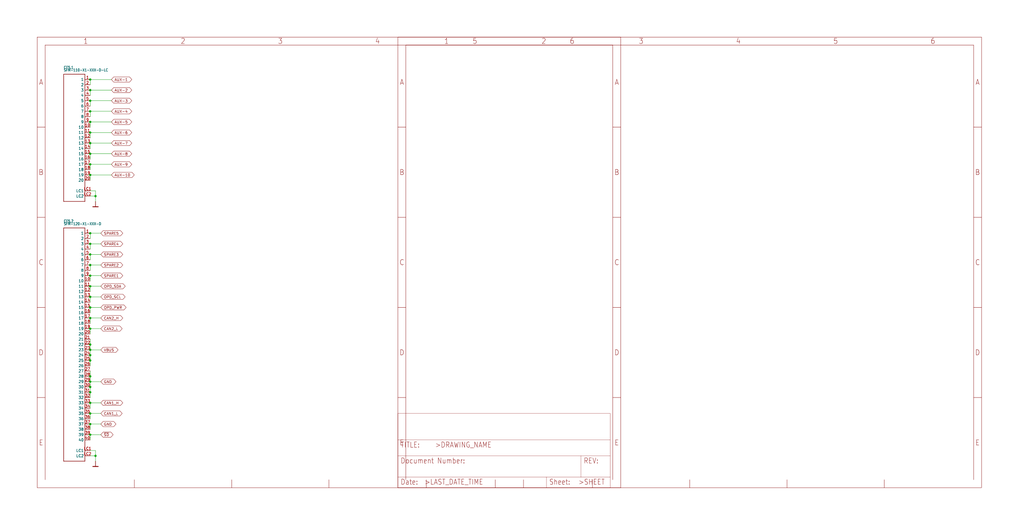
<source format=kicad_sch>
(kicad_sch (version 20211123) (generator eeschema)
  (paper "User" 490.22 254.406)
  (lib_symbols
    (symbol "oresat-backplane-2u-eagle-import:FRAME_A_L"
      (symbol "FRAME_A_L_0_0"
        (polyline (pts (xy 0 43.18) (xy 3.81 43.18)))
        (polyline (pts (xy 0 86.36) (xy 3.81 86.36)))
        (polyline (pts (xy 0 129.54) (xy 3.81 129.54)))
        (polyline (pts (xy 0 172.72) (xy 3.81 172.72)))
        (polyline (pts (xy 3.81 3.81) (xy 3.81 212.09)))
        (polyline (pts (xy 46.5667 0) (xy 46.5667 3.81)))
        (polyline (pts (xy 93.1333 0) (xy 93.1333 3.81)))
        (polyline (pts (xy 139.7 0) (xy 139.7 3.81)))
        (polyline (pts (xy 186.2667 0) (xy 186.2667 3.81)))
        (polyline (pts (xy 232.8333 0) (xy 232.8333 3.81)))
        (polyline (pts (xy 275.59 3.81) (xy 275.59 212.09)))
        (polyline (pts (xy 275.59 43.18) (xy 279.4 43.18)))
        (polyline (pts (xy 275.59 86.36) (xy 279.4 86.36)))
        (polyline (pts (xy 275.59 129.54) (xy 279.4 129.54)))
        (polyline (pts (xy 275.59 172.72) (xy 279.4 172.72)))
        (polyline (pts (xy 275.59 212.09) (xy 3.81 212.09)))
        (polyline (pts (xy 0 0) (xy 279.4 0) (xy 279.4 215.9) (xy 0 215.9) (xy 0 0)))
        (text "1" (at 23.2833 213.995 0) (effects (font (size 2.54 2.286))))
        (text "2" (at 69.85 213.995 0) (effects (font (size 2.54 2.286))))
        (text "3" (at 116.4167 213.995 0) (effects (font (size 2.54 2.286))))
        (text "4" (at 162.9833 213.995 0) (effects (font (size 2.54 2.286))))
        (text "5" (at 209.55 213.995 0) (effects (font (size 2.54 2.286))))
        (text "6" (at 256.1167 213.995 0) (effects (font (size 2.54 2.286))))
        (text "A" (at 1.905 194.31 0) (effects (font (size 2.54 2.286))))
        (text "A" (at 277.495 194.31 0) (effects (font (size 2.54 2.286))))
        (text "B" (at 1.905 151.13 0) (effects (font (size 2.54 2.286))))
        (text "B" (at 277.495 151.13 0) (effects (font (size 2.54 2.286))))
        (text "C" (at 1.905 107.95 0) (effects (font (size 2.54 2.286))))
        (text "C" (at 277.495 107.95 0) (effects (font (size 2.54 2.286))))
        (text "D" (at 1.905 64.77 0) (effects (font (size 2.54 2.286))))
        (text "D" (at 277.495 64.77 0) (effects (font (size 2.54 2.286))))
        (text "E" (at 1.905 21.59 0) (effects (font (size 2.54 2.286))))
        (text "E" (at 277.495 21.59 0) (effects (font (size 2.54 2.286))))
      )
      (symbol "FRAME_A_L_2_0"
        (polyline (pts (xy 0 0) (xy 0 5.08)) (stroke (width 0.1016)))
        (polyline (pts (xy 0 0) (xy 71.12 0)) (stroke (width 0.1016)))
        (polyline (pts (xy 0 5.08) (xy 0 15.24)) (stroke (width 0.1016)))
        (polyline (pts (xy 0 5.08) (xy 71.12 5.08)) (stroke (width 0.1016)))
        (polyline (pts (xy 0 15.24) (xy 0 22.86)) (stroke (width 0.1016)))
        (polyline (pts (xy 0 22.86) (xy 0 35.56)) (stroke (width 0.1016)))
        (polyline (pts (xy 0 22.86) (xy 101.6 22.86)) (stroke (width 0.1016)))
        (polyline (pts (xy 71.12 0) (xy 101.6 0)) (stroke (width 0.1016)))
        (polyline (pts (xy 71.12 5.08) (xy 71.12 0)) (stroke (width 0.1016)))
        (polyline (pts (xy 71.12 5.08) (xy 87.63 5.08)) (stroke (width 0.1016)))
        (polyline (pts (xy 87.63 5.08) (xy 101.6 5.08)) (stroke (width 0.1016)))
        (polyline (pts (xy 87.63 15.24) (xy 0 15.24)) (stroke (width 0.1016)))
        (polyline (pts (xy 87.63 15.24) (xy 87.63 5.08)) (stroke (width 0.1016)))
        (polyline (pts (xy 101.6 5.08) (xy 101.6 0)) (stroke (width 0.1016)))
        (polyline (pts (xy 101.6 15.24) (xy 87.63 15.24)) (stroke (width 0.1016)))
        (polyline (pts (xy 101.6 15.24) (xy 101.6 5.08)) (stroke (width 0.1016)))
        (polyline (pts (xy 101.6 22.86) (xy 101.6 15.24)) (stroke (width 0.1016)))
        (polyline (pts (xy 101.6 35.56) (xy 0 35.56)) (stroke (width 0.1016)))
        (polyline (pts (xy 101.6 35.56) (xy 101.6 22.86)) (stroke (width 0.1016)))
        (text ">DRAWING_NAME" (at 17.78 19.05 0) (effects (font (size 2.54 2.159)) (justify left bottom)))
        (text ">LAST_DATE_TIME" (at 12.7 1.27 0) (effects (font (size 2.54 2.159)) (justify left bottom)))
        (text ">SHEET" (at 86.36 1.27 0) (effects (font (size 2.54 2.159)) (justify left bottom)))
        (text "Date:" (at 1.27 1.27 0) (effects (font (size 2.54 2.159)) (justify left bottom)))
        (text "Document Number:" (at 1.27 11.43 0) (effects (font (size 2.54 2.159)) (justify left bottom)))
        (text "REV:" (at 88.9 11.43 0) (effects (font (size 2.54 2.159)) (justify left bottom)))
        (text "Sheet:" (at 72.39 1.27 0) (effects (font (size 2.54 2.159)) (justify left bottom)))
        (text "TITLE:" (at 1.27 19.05 0) (effects (font (size 2.54 2.159)) (justify left bottom)))
      )
    )
    (symbol "oresat-backplane-2u-eagle-import:GND" (power)
      (symbol "GND_1_0"
        (polyline (pts (xy -1.27 -2.54) (xy 1.27 -2.54)) (stroke (width 0.4064)))
        (pin power_in line (at 0 0 270) (length 2.54) (name "GND") (number "1"))
      )
    )
    (symbol "oresat-backplane-2u-eagle-import:SFM-110-X1-XXX-D-LC"
      (property "Reference" "CF" (at -2.54 33.02 0))
      (property "Value" "SFM-110-X1-XXX-D-LC" (at -2.54 31.75 0))
      (symbol "SFM-110-X1-XXX-D-LC_1_0"
        (polyline (pts (xy -2.54 -30.48) (xy -2.54 30.48)) (stroke (width 0.254)))
        (polyline (pts (xy -2.54 30.48) (xy 7.62 30.48)) (stroke (width 0.254)))
        (polyline (pts (xy 7.62 -30.48) (xy -2.54 -30.48)) (stroke (width 0.254)))
        (polyline (pts (xy 7.62 30.48) (xy 7.62 -30.48)) (stroke (width 0.254)))
        (pin passive line (at 10.16 27.94 180) (length 2.54) (name "1") (number "1"))
        (pin passive line (at 10.16 5.08 180) (length 2.54) (name "10") (number "10"))
        (pin passive line (at 10.16 2.54 180) (length 2.54) (name "11") (number "11"))
        (pin passive line (at 10.16 0 180) (length 2.54) (name "12") (number "12"))
        (pin passive line (at 10.16 -2.54 180) (length 2.54) (name "13") (number "13"))
        (pin passive line (at 10.16 -5.08 180) (length 2.54) (name "14") (number "14"))
        (pin passive line (at 10.16 -7.62 180) (length 2.54) (name "15") (number "15"))
        (pin passive line (at 10.16 -10.16 180) (length 2.54) (name "16") (number "16"))
        (pin passive line (at 10.16 -12.7 180) (length 2.54) (name "17") (number "17"))
        (pin passive line (at 10.16 -15.24 180) (length 2.54) (name "18") (number "18"))
        (pin passive line (at 10.16 -17.78 180) (length 2.54) (name "19") (number "19"))
        (pin passive line (at 10.16 25.4 180) (length 2.54) (name "2") (number "2"))
        (pin passive line (at 10.16 -20.32 180) (length 2.54) (name "20") (number "20"))
        (pin passive line (at 10.16 22.86 180) (length 2.54) (name "3") (number "3"))
        (pin passive line (at 10.16 20.32 180) (length 2.54) (name "4") (number "4"))
        (pin passive line (at 10.16 17.78 180) (length 2.54) (name "5") (number "5"))
        (pin passive line (at 10.16 15.24 180) (length 2.54) (name "6") (number "6"))
        (pin passive line (at 10.16 12.7 180) (length 2.54) (name "7") (number "7"))
        (pin passive line (at 10.16 10.16 180) (length 2.54) (name "8") (number "8"))
        (pin passive line (at 10.16 7.62 180) (length 2.54) (name "9") (number "9"))
        (pin passive line (at 10.16 -25.4 180) (length 2.54) (name "LC1") (number "LC1"))
        (pin passive line (at 10.16 -27.94 180) (length 2.54) (name "LC2") (number "LC2"))
      )
    )
    (symbol "oresat-backplane-2u-eagle-import:SFM-120-X1-XXX-D"
      (property "Reference" "J" (at -2.54 50.8 0))
      (property "Value" "SFM-120-X1-XXX-D" (at -2.54 49.53 0))
      (symbol "SFM-120-X1-XXX-D_1_0"
        (polyline (pts (xy -2.54 -63.5) (xy -2.54 48.26)) (stroke (width 0.254)))
        (polyline (pts (xy -2.54 48.26) (xy 7.62 48.26)) (stroke (width 0.254)))
        (polyline (pts (xy 7.62 -63.5) (xy -2.54 -63.5)) (stroke (width 0.254)))
        (polyline (pts (xy 7.62 48.26) (xy 7.62 -63.5)) (stroke (width 0.254)))
        (pin passive line (at 10.16 45.72 180) (length 2.54) (name "1") (number "1"))
        (pin passive line (at 10.16 22.86 180) (length 2.54) (name "10") (number "10"))
        (pin passive line (at 10.16 20.32 180) (length 2.54) (name "11") (number "11"))
        (pin passive line (at 10.16 17.78 180) (length 2.54) (name "12") (number "12"))
        (pin passive line (at 10.16 15.24 180) (length 2.54) (name "13") (number "13"))
        (pin passive line (at 10.16 12.7 180) (length 2.54) (name "14") (number "14"))
        (pin passive line (at 10.16 10.16 180) (length 2.54) (name "15") (number "15"))
        (pin passive line (at 10.16 7.62 180) (length 2.54) (name "16") (number "16"))
        (pin passive line (at 10.16 5.08 180) (length 2.54) (name "17") (number "17"))
        (pin passive line (at 10.16 2.54 180) (length 2.54) (name "18") (number "18"))
        (pin passive line (at 10.16 0 180) (length 2.54) (name "19") (number "19"))
        (pin passive line (at 10.16 43.18 180) (length 2.54) (name "2") (number "2"))
        (pin passive line (at 10.16 -2.54 180) (length 2.54) (name "20") (number "20"))
        (pin passive line (at 10.16 -5.08 180) (length 2.54) (name "21") (number "21"))
        (pin passive line (at 10.16 -7.62 180) (length 2.54) (name "22") (number "22"))
        (pin passive line (at 10.16 -10.16 180) (length 2.54) (name "23") (number "23"))
        (pin passive line (at 10.16 -12.7 180) (length 2.54) (name "24") (number "24"))
        (pin passive line (at 10.16 -15.24 180) (length 2.54) (name "25") (number "25"))
        (pin passive line (at 10.16 -17.78 180) (length 2.54) (name "26") (number "26"))
        (pin passive line (at 10.16 -20.32 180) (length 2.54) (name "27") (number "27"))
        (pin passive line (at 10.16 -22.86 180) (length 2.54) (name "28") (number "28"))
        (pin passive line (at 10.16 -25.4 180) (length 2.54) (name "29") (number "29"))
        (pin passive line (at 10.16 40.64 180) (length 2.54) (name "3") (number "3"))
        (pin passive line (at 10.16 -27.94 180) (length 2.54) (name "30") (number "30"))
        (pin passive line (at 10.16 -30.48 180) (length 2.54) (name "31") (number "31"))
        (pin passive line (at 10.16 -33.02 180) (length 2.54) (name "32") (number "32"))
        (pin passive line (at 10.16 -35.56 180) (length 2.54) (name "33") (number "33"))
        (pin passive line (at 10.16 -38.1 180) (length 2.54) (name "34") (number "34"))
        (pin passive line (at 10.16 -40.64 180) (length 2.54) (name "35") (number "35"))
        (pin passive line (at 10.16 -43.18 180) (length 2.54) (name "36") (number "36"))
        (pin passive line (at 10.16 -45.72 180) (length 2.54) (name "37") (number "37"))
        (pin passive line (at 10.16 -48.26 180) (length 2.54) (name "38") (number "38"))
        (pin passive line (at 10.16 -50.8 180) (length 2.54) (name "39") (number "39"))
        (pin passive line (at 10.16 38.1 180) (length 2.54) (name "4") (number "4"))
        (pin passive line (at 10.16 -53.34 180) (length 2.54) (name "40") (number "40"))
        (pin passive line (at 10.16 35.56 180) (length 2.54) (name "5") (number "5"))
        (pin passive line (at 10.16 33.02 180) (length 2.54) (name "6") (number "6"))
        (pin passive line (at 10.16 30.48 180) (length 2.54) (name "7") (number "7"))
        (pin passive line (at 10.16 27.94 180) (length 2.54) (name "8") (number "8"))
        (pin passive line (at 10.16 25.4 180) (length 2.54) (name "9") (number "9"))
        (pin passive line (at 10.16 -58.42 180) (length 2.54) (name "LC1") (number "LC1"))
        (pin passive line (at 10.16 -60.96 180) (length 2.54) (name "LC2") (number "LC2"))
      )
    )
  )
  (junction (at 43.18 152.4))
  (junction (at 43.18 193.04))
  (junction (at 43.18 182.88))
  (junction (at 43.18 180.34))
  (junction (at 43.18 111.76))
  (junction (at 43.18 208.28))
  (junction (at 43.18 58.42))
  (junction (at 43.18 170.18))
  (junction (at 43.18 185.42))
  (junction (at 43.18 116.84))
  (junction (at 43.18 68.58))
  (junction (at 43.18 165.1))
  (junction (at 43.18 157.48))
  (junction (at 43.18 167.64))
  (junction (at 45.72 218.44))
  (junction (at 43.18 203.2))
  (junction (at 43.18 73.66))
  (junction (at 43.18 43.18))
  (junction (at 43.18 147.32))
  (junction (at 45.72 93.98))
  (junction (at 43.18 38.1))
  (junction (at 43.18 127))
  (junction (at 43.18 137.16))
  (junction (at 43.18 53.34))
  (junction (at 43.18 63.5))
  (junction (at 43.18 132.08))
  (junction (at 43.18 172.72))
  (junction (at 43.18 142.24))
  (junction (at 43.18 121.92))
  (junction (at 43.18 187.96))
  (junction (at 43.18 198.12))
  (junction (at 43.18 78.74))
  (junction (at 43.18 48.26))
  (junction (at 43.18 83.82))
  (wire (pts (xy 45.72 91.44) (xy 43.18 91.44)))
  (wire (pts (xy 43.18 165.1) (xy 43.18 167.64)))
  (wire (pts (xy 43.18 162.56) (xy 43.18 165.1)))
  (wire (pts (xy 43.18 170.18) (xy 43.18 172.72)))
  (wire (pts (xy 43.18 182.88) (xy 43.18 185.42)))
  (wire (pts (xy 43.18 48.26) (xy 53.34 48.26)))
  (wire (pts (xy 43.18 142.24) (xy 43.18 144.78)))
  (wire (pts (xy 43.18 132.08) (xy 43.18 134.62)))
  (wire (pts (xy 43.18 185.42) (xy 43.18 187.96)))
  (wire (pts (xy 43.18 116.84) (xy 48.26 116.84)))
  (wire (pts (xy 43.18 198.12) (xy 43.18 200.66)))
  (wire (pts (xy 43.18 78.74) (xy 53.34 78.74)))
  (wire (pts (xy 45.72 93.98) (xy 43.18 93.98)))
  (wire (pts (xy 45.72 93.98) (xy 45.72 91.44)))
  (wire (pts (xy 48.26 142.24) (xy 43.18 142.24)))
  (wire (pts (xy 43.18 116.84) (xy 43.18 119.38)))
  (wire (pts (xy 43.18 208.28) (xy 43.18 210.82)))
  (wire (pts (xy 43.18 43.18) (xy 43.18 45.72)))
  (wire (pts (xy 43.18 38.1) (xy 43.18 40.64)))
  (wire (pts (xy 43.18 172.72) (xy 43.18 175.26)))
  (wire (pts (xy 43.18 177.8) (xy 43.18 180.34)))
  (wire (pts (xy 43.18 68.58) (xy 43.18 71.12)))
  (wire (pts (xy 43.18 63.5) (xy 43.18 66.04)))
  (wire (pts (xy 43.18 73.66) (xy 53.34 73.66)))
  (wire (pts (xy 43.18 215.9) (xy 45.72 215.9)))
  (wire (pts (xy 48.26 132.08) (xy 43.18 132.08)))
  (wire (pts (xy 43.18 53.34) (xy 43.18 55.88)))
  (wire (pts (xy 48.26 147.32) (xy 43.18 147.32)))
  (wire (pts (xy 45.72 96.52) (xy 45.72 93.98)))
  (wire (pts (xy 43.18 63.5) (xy 53.34 63.5)))
  (wire (pts (xy 43.18 38.1) (xy 53.34 38.1)))
  (wire (pts (xy 43.18 58.42) (xy 43.18 60.96)))
  (wire (pts (xy 43.18 121.92) (xy 48.26 121.92)))
  (wire (pts (xy 43.18 203.2) (xy 43.18 205.74)))
  (wire (pts (xy 43.18 53.34) (xy 53.34 53.34)))
  (wire (pts (xy 48.26 193.04) (xy 43.18 193.04)))
  (wire (pts (xy 43.18 58.42) (xy 53.34 58.42)))
  (wire (pts (xy 43.18 43.18) (xy 53.34 43.18)))
  (wire (pts (xy 43.18 83.82) (xy 53.34 83.82)))
  (wire (pts (xy 48.26 208.28) (xy 43.18 208.28)))
  (wire (pts (xy 48.26 157.48) (xy 43.18 157.48)))
  (wire (pts (xy 43.18 152.4) (xy 48.26 152.4)))
  (wire (pts (xy 48.26 137.16) (xy 43.18 137.16)))
  (wire (pts (xy 43.18 157.48) (xy 43.18 160.02)))
  (wire (pts (xy 43.18 111.76) (xy 48.26 111.76)))
  (wire (pts (xy 45.72 218.44) (xy 45.72 220.98)))
  (wire (pts (xy 43.18 83.82) (xy 43.18 86.36)))
  (wire (pts (xy 43.18 137.16) (xy 43.18 139.7)))
  (wire (pts (xy 43.18 152.4) (xy 43.18 154.94)))
  (wire (pts (xy 43.18 127) (xy 43.18 129.54)))
  (wire (pts (xy 43.18 68.58) (xy 53.34 68.58)))
  (wire (pts (xy 43.18 180.34) (xy 43.18 182.88)))
  (wire (pts (xy 43.18 73.66) (xy 43.18 76.2)))
  (wire (pts (xy 43.18 78.74) (xy 43.18 81.28)))
  (wire (pts (xy 45.72 215.9) (xy 45.72 218.44)))
  (wire (pts (xy 43.18 48.26) (xy 43.18 50.8)))
  (wire (pts (xy 43.18 218.44) (xy 45.72 218.44)))
  (wire (pts (xy 48.26 198.12) (xy 43.18 198.12)))
  (wire (pts (xy 43.18 147.32) (xy 43.18 149.86)))
  (wire (pts (xy 43.18 121.92) (xy 43.18 124.46)))
  (wire (pts (xy 48.26 127) (xy 43.18 127)))
  (wire (pts (xy 43.18 187.96) (xy 43.18 190.5)))
  (wire (pts (xy 48.26 182.88) (xy 43.18 182.88)))
  (wire (pts (xy 43.18 167.64) (xy 43.18 170.18)))
  (wire (pts (xy 48.26 167.64) (xy 43.18 167.64)))
  (wire (pts (xy 43.18 111.76) (xy 43.18 114.3)))
  (wire (pts (xy 43.18 193.04) (xy 43.18 195.58)))
  (wire (pts (xy 48.26 203.2) (xy 43.18 203.2)))
  (global_label "AUX-2" (shape bidirectional) (at 53.34 43.18 0) (effects (font (size 1.2446 1.2446))) (property "Intersheet References" "${INTERSHEET_REFS}" (effects hide)))
  (global_label "SPARE2" (shape bidirectional) (at 48.26 127 0) (effects (font (size 1.2446 1.2446))) (property "Intersheet References" "${INTERSHEET_REFS}" (effects hide)))
  (global_label "OPD_PWR" (shape bidirectional) (at 48.26 147.32 0) (effects (font (size 1.2446 1.2446))) (property "Intersheet References" "${INTERSHEET_REFS}" (effects hide)))
  (global_label "SPARE3" (shape bidirectional) (at 48.26 121.92 0) (effects (font (size 1.2446 1.2446))) (property "Intersheet References" "${INTERSHEET_REFS}" (effects hide)))
  (global_label "AUX-10" (shape bidirectional) (at 53.34 83.82 0) (effects (font (size 1.2446 1.2446))) (property "Intersheet References" "${INTERSHEET_REFS}" (effects hide)))
  (global_label "VBUS" (shape bidirectional) (at 48.26 167.64 0) (effects (font (size 1.2446 1.2446))) (property "Intersheet References" "${INTERSHEET_REFS}" (effects hide)))
  (global_label "CAN1_L" (shape bidirectional) (at 48.26 198.12 0) (effects (font (size 1.2446 1.2446))) (property "Intersheet References" "${INTERSHEET_REFS}" (effects hide)))
  (global_label "AUX-7" (shape bidirectional) (at 53.34 68.58 0) (effects (font (size 1.2446 1.2446))) (property "Intersheet References" "${INTERSHEET_REFS}" (effects hide)))
  (global_label "OPD_SDA" (shape bidirectional) (at 48.26 137.16 0) (effects (font (size 1.2446 1.2446))) (property "Intersheet References" "${INTERSHEET_REFS}" (effects hide)))
  (global_label "CAN2_H" (shape bidirectional) (at 48.26 152.4 0) (effects (font (size 1.2446 1.2446))) (property "Intersheet References" "${INTERSHEET_REFS}" (effects hide)))
  (global_label "AUX-8" (shape bidirectional) (at 53.34 73.66 0) (effects (font (size 1.2446 1.2446))) (property "Intersheet References" "${INTERSHEET_REFS}" (effects hide)))
  (global_label "SPARE5" (shape bidirectional) (at 48.26 111.76 0) (effects (font (size 1.2446 1.2446))) (property "Intersheet References" "${INTERSHEET_REFS}" (effects hide)))
  (global_label "SPARE1" (shape bidirectional) (at 48.26 132.08 0) (effects (font (size 1.2446 1.2446))) (property "Intersheet References" "${INTERSHEET_REFS}" (effects hide)))
  (global_label "AUX-5" (shape bidirectional) (at 53.34 58.42 0) (effects (font (size 1.2446 1.2446))) (property "Intersheet References" "${INTERSHEET_REFS}" (effects hide)))
  (global_label "AUX-1" (shape bidirectional) (at 53.34 38.1 0) (effects (font (size 1.2446 1.2446))) (property "Intersheet References" "${INTERSHEET_REFS}" (effects hide)))
  (global_label "AUX-3" (shape bidirectional) (at 53.34 48.26 0) (effects (font (size 1.2446 1.2446))) (property "Intersheet References" "${INTERSHEET_REFS}" (effects hide)))
  (global_label "SPARE4" (shape bidirectional) (at 48.26 116.84 0) (effects (font (size 1.2446 1.2446))) (property "Intersheet References" "${INTERSHEET_REFS}" (effects hide)))
  (global_label "~{SD}" (shape bidirectional) (at 48.26 208.28 0) (effects (font (size 1.2446 1.2446))) (property "Intersheet References" "${INTERSHEET_REFS}" (effects hide)))
  (global_label "CAN2_L" (shape bidirectional) (at 48.26 157.48 0) (effects (font (size 1.2446 1.2446))) (property "Intersheet References" "${INTERSHEET_REFS}" (effects hide)))
  (global_label "AUX-6" (shape bidirectional) (at 53.34 63.5 0) (effects (font (size 1.2446 1.2446))) (property "Intersheet References" "${INTERSHEET_REFS}" (effects hide)))
  (global_label "AUX-9" (shape bidirectional) (at 53.34 78.74 0) (effects (font (size 1.2446 1.2446))) (property "Intersheet References" "${INTERSHEET_REFS}" (effects hide)))
  (global_label "CAN1_H" (shape bidirectional) (at 48.26 193.04 0) (effects (font (size 1.2446 1.2446))) (property "Intersheet References" "${INTERSHEET_REFS}" (effects hide)))
  (global_label "GND" (shape bidirectional) (at 48.26 182.88 0) (effects (font (size 1.2446 1.2446))) (property "Intersheet References" "${INTERSHEET_REFS}" (effects hide)))
  (global_label "GND" (shape bidirectional) (at 48.26 203.2 0) (effects (font (size 1.2446 1.2446))) (property "Intersheet References" "${INTERSHEET_REFS}" (effects hide)))
  (global_label "OPD_SCL" (shape bidirectional) (at 48.26 142.24 0) (effects (font (size 1.2446 1.2446))) (property "Intersheet References" "${INTERSHEET_REFS}" (effects hide)))
  (global_label "AUX-4" (shape bidirectional) (at 53.34 53.34 0) (effects (font (size 1.2446 1.2446))) (property "Intersheet References" "${INTERSHEET_REFS}" (effects hide)))
  (symbol (lib_id "oresat-backplane-2u-eagle-import:GND") (at 45.72 220.98 0) (unit 1)
    (property "Reference" "#GND091" (effects hide))
    (property "Value" "GND" (effects hide))
    (property "Footprint" "oresat-backplane-2u:" (effects hide))
  )
  (symbol (lib_id "oresat-backplane-2u-eagle-import:SFM-120-X1-XXX-D") (at 33.02 157.48 0) (unit 1)
    (property "Reference" "CF5.2" (at 30.48 106.68 0) (effects (font (size 1.27 1.0795)) (justify left bottom)))
    (property "Value" "SFM-120-X1-XXX-D" (at 30.48 107.95 0) (effects (font (size 1.27 1.0795)) (justify left bottom)))
    (property "Footprint" "oresat-backplane-2u:SFM-120-X1-XXX-D" (effects hide))
  )
  (symbol (lib_id "oresat-backplane-2u-eagle-import:FRAME_A_L") (at 190.5 233.68 0) (unit 2)
    (property "Reference" "#FRAME16" (effects hide))
    (property "Value" "FRAME_A_L" (effects hide))
    (property "Footprint" "oresat-backplane-2u:" (effects hide))
  )
  (symbol (lib_id "oresat-backplane-2u-eagle-import:FRAME_A_L") (at 17.78 233.68 0) (unit 1)
    (property "Reference" "#FRAME16" (effects hide))
    (property "Value" "FRAME_A_L" (effects hide))
    (property "Footprint" "oresat-backplane-2u:" (effects hide))
  )
  (symbol (lib_id "oresat-backplane-2u-eagle-import:GND") (at 45.72 96.52 0) (unit 1)
    (property "Reference" "#GND095" (effects hide))
    (property "Value" "GND" (effects hide))
    (property "Footprint" "oresat-backplane-2u:" (effects hide))
  )
  (symbol (lib_id "oresat-backplane-2u-eagle-import:SFM-110-X1-XXX-D-LC") (at 33.02 66.04 0) (unit 1)
    (property "Reference" "CF5.1" (at 30.48 33.02 0) (effects (font (size 1.27 1.0795)) (justify left bottom)))
    (property "Value" "SFM-110-X1-XXX-D-LC" (at 30.48 34.29 0) (effects (font (size 1.27 1.0795)) (justify left bottom)))
    (property "Footprint" "oresat-backplane-2u:SFM-110-X1-XXX-D-LC" (effects hide))
  )
)
</source>
